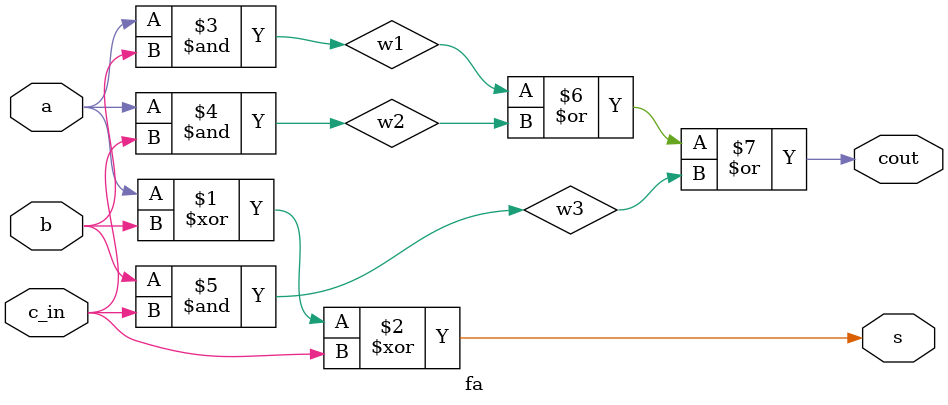
<source format=v>
`timescale 1ns / 1ps
module fa(output s, output cout, input a, input b, input c_in);
wire w1,w2,w3;
xor G1(s,a,b,c_in);
and G3(w1,a,b);
and G4(w2,a,c_in);
and G5(w3,b,c_in);
or G6(cout,w1,w2,w3);
endmodule

</source>
